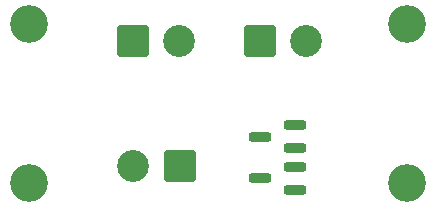
<source format=gbr>
%TF.GenerationSoftware,KiCad,Pcbnew,8.0.2*%
%TF.CreationDate,2025-01-10T12:21:58+08:00*%
%TF.ProjectId,LED_driver,4c45445f-6472-4697-9665-722e6b696361,rev?*%
%TF.SameCoordinates,Original*%
%TF.FileFunction,Soldermask,Bot*%
%TF.FilePolarity,Negative*%
%FSLAX46Y46*%
G04 Gerber Fmt 4.6, Leading zero omitted, Abs format (unit mm)*
G04 Created by KiCad (PCBNEW 8.0.2) date 2025-01-10 12:21:58*
%MOMM*%
%LPD*%
G01*
G04 APERTURE LIST*
G04 Aperture macros list*
%AMRoundRect*
0 Rectangle with rounded corners*
0 $1 Rounding radius*
0 $2 $3 $4 $5 $6 $7 $8 $9 X,Y pos of 4 corners*
0 Add a 4 corners polygon primitive as box body*
4,1,4,$2,$3,$4,$5,$6,$7,$8,$9,$2,$3,0*
0 Add four circle primitives for the rounded corners*
1,1,$1+$1,$2,$3*
1,1,$1+$1,$4,$5*
1,1,$1+$1,$6,$7*
1,1,$1+$1,$8,$9*
0 Add four rect primitives between the rounded corners*
20,1,$1+$1,$2,$3,$4,$5,0*
20,1,$1+$1,$4,$5,$6,$7,0*
20,1,$1+$1,$6,$7,$8,$9,0*
20,1,$1+$1,$8,$9,$2,$3,0*%
G04 Aperture macros list end*
%ADD10RoundRect,0.250001X1.099999X1.099999X-1.099999X1.099999X-1.099999X-1.099999X1.099999X-1.099999X0*%
%ADD11C,2.700000*%
%ADD12RoundRect,0.250001X-1.099999X-1.099999X1.099999X-1.099999X1.099999X1.099999X-1.099999X1.099999X0*%
%ADD13C,3.200000*%
%ADD14RoundRect,0.200000X0.750000X0.200000X-0.750000X0.200000X-0.750000X-0.200000X0.750000X-0.200000X0*%
G04 APERTURE END LIST*
D10*
%TO.C,J3*%
X116257500Y-80550000D03*
D11*
X112297500Y-80550000D03*
%TD*%
D12*
%TO.C,J2*%
X122992500Y-69950000D03*
D11*
X126952500Y-69950000D03*
%TD*%
D12*
%TO.C,J1*%
X112242500Y-69950000D03*
D11*
X116202500Y-69950000D03*
%TD*%
D13*
%TO.C,H3*%
X103500000Y-82000000D03*
%TD*%
%TO.C,H1*%
X103500000Y-68500000D03*
%TD*%
%TO.C,H2*%
X135500000Y-68500000D03*
%TD*%
%TO.C,H4*%
X135500000Y-82000000D03*
%TD*%
D14*
%TO.C,Q3*%
X126000000Y-80650000D03*
X126000000Y-82550000D03*
X123000000Y-81600000D03*
%TD*%
%TO.C,Q1*%
X126000000Y-77100000D03*
X126000000Y-79000000D03*
X123000000Y-78050000D03*
%TD*%
M02*

</source>
